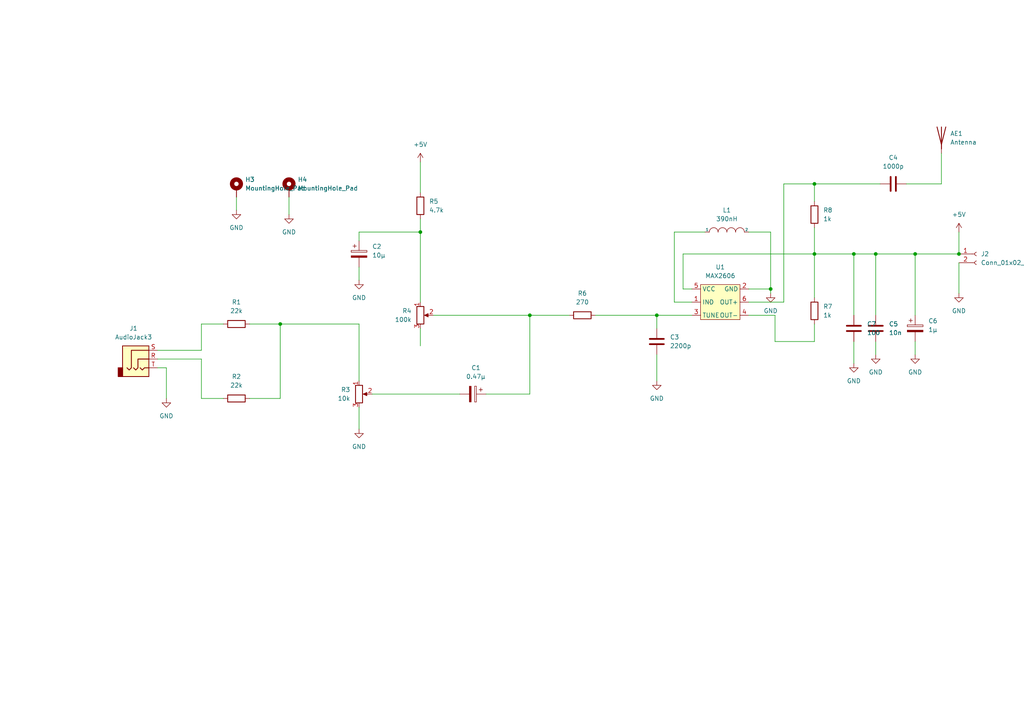
<source format=kicad_sch>
(kicad_sch (version 20211123) (generator eeschema)
  (paper "A4")
  (lib_symbols
    (symbol "Connector:AudioJack3"
      (property "Reference" "J" (at 0 8.89 0))
      (property "Value" "AudioJack3" (at 0 6.35 0))
      (symbol "AudioJack3_0_1"
        (rectangle (start -5.08 -5.08) (end -6.35 -2.54) (stroke (width 0.254)) (fill (type outline)))
        (polyline (pts (xy 0 -2.54) (xy 0.635 -3.175) (xy 1.27 -2.54) (xy 2.54 -2.54)) (stroke (width 0.254)))
        (polyline (pts (xy -1.905 -2.54) (xy -1.27 -3.175) (xy -0.635 -2.54) (xy -0.635 0) (xy 2.54 0)) (stroke (width 0.254)))
        (polyline (pts (xy 2.54 2.54) (xy -2.54 2.54) (xy -2.54 -2.54) (xy -3.175 -3.175) (xy -3.81 -2.54)) (stroke (width 0.254)))
        (rectangle (start 2.54 3.81) (end -5.08 -5.08) (stroke (width 0.254)) (fill (type background)))
      )
      (symbol "AudioJack3_1_1"
        (pin passive line (at 5.08 0 180) (length 2.54) (name "~") (number "R"))
        (pin passive line (at 5.08 2.54 180) (length 2.54) (name "~") (number "S"))
        (pin passive line (at 5.08 -2.54 180) (length 2.54) (name "~") (number "T"))
      )
    )
    (symbol "Connector:Conn_01x02_Female" (pin_names (offset 1.016) hide)
      (property "Reference" "J" (at 0 2.54 0))
      (property "Value" "Conn_01x02_Female" (at 0 -5.08 0))
      (symbol "Conn_01x02_Female_1_1"
        (arc (start 0 -2.032) (mid -0.508 -2.54) (end 0 -3.048) (stroke (width 0.1524)))
        (polyline (pts (xy -1.27 -2.54) (xy -0.508 -2.54)) (stroke (width 0.1524)))
        (polyline (pts (xy -1.27 0) (xy -0.508 0)) (stroke (width 0.1524)))
        (arc (start 0 0.508) (mid -0.508 0) (end 0 -0.508) (stroke (width 0.1524)))
        (pin passive line (at -5.08 0 0) (length 3.81) (name "Pin_1") (number "1"))
        (pin passive line (at -5.08 -2.54 0) (length 3.81) (name "Pin_2") (number "2"))
      )
    )
    (symbol "Device:Antenna" (pin_numbers hide) (pin_names (offset 1.016) hide)
      (property "Reference" "AE" (at -1.905 1.905 0))
      (property "Value" "Antenna" (at -1.905 0 0))
      (symbol "Antenna_0_1"
        (polyline (pts (xy 0 2.54) (xy 0 -3.81)) (stroke (width 0.254)))
        (polyline (pts (xy 1.27 2.54) (xy 0 -2.54) (xy -1.27 2.54)) (stroke (width 0.254)))
      )
      (symbol "Antenna_1_1"
        (pin input line (at 0 -5.08 90) (length 2.54) (name "A") (number "1"))
      )
    )
    (symbol "Device:C" (pin_numbers hide) (pin_names (offset 0.254))
      (property "Reference" "C" (at 0.635 2.54 0))
      (property "Value" "C" (at 0.635 -2.54 0))
      (symbol "C_0_1"
        (polyline (pts (xy -2.032 -0.762) (xy 2.032 -0.762)) (stroke (width 0.508)))
        (polyline (pts (xy -2.032 0.762) (xy 2.032 0.762)) (stroke (width 0.508)))
      )
      (symbol "C_1_1"
        (pin passive line (at 0 3.81 270) (length 2.794) (name "~") (number "1"))
        (pin passive line (at 0 -3.81 90) (length 2.794) (name "~") (number "2"))
      )
    )
    (symbol "Device:C_Polarized" (pin_numbers hide) (pin_names (offset 0.254))
      (property "Reference" "C" (at 0.635 2.54 0))
      (property "Value" "C_Polarized" (at 0.635 -2.54 0))
      (symbol "C_Polarized_0_1"
        (rectangle (start -2.286 0.508) (end 2.286 1.016))
        (polyline (pts (xy -1.778 2.286) (xy -0.762 2.286)))
        (polyline (pts (xy -1.27 2.794) (xy -1.27 1.778)))
        (rectangle (start 2.286 -0.508) (end -2.286 -1.016) (fill (type outline)))
      )
      (symbol "C_Polarized_1_1"
        (pin passive line (at 0 3.81 270) (length 2.794) (name "~") (number "1"))
        (pin passive line (at 0 -3.81 90) (length 2.794) (name "~") (number "2"))
      )
    )
    (symbol "Device:R" (pin_numbers hide) (pin_names (offset 0))
      (property "Reference" "R" (at 2.032 0 90))
      (property "Value" "R" (at 0 0 90))
      (symbol "R_0_1"
        (rectangle (start -1.016 -2.54) (end 1.016 2.54) (stroke (width 0.254)))
      )
      (symbol "R_1_1"
        (pin passive line (at 0 3.81 270) (length 1.27) (name "~") (number "1"))
        (pin passive line (at 0 -3.81 90) (length 1.27) (name "~") (number "2"))
      )
    )
    (symbol "Device:R_Potentiometer" (pin_names (offset 1.016) hide)
      (property "Reference" "RV" (at -4.445 0 90))
      (property "Value" "R_Potentiometer" (at -2.54 0 90))
      (symbol "R_Potentiometer_0_1"
        (polyline (pts (xy 2.54 0) (xy 1.524 0)))
        (polyline (pts (xy 1.143 0) (xy 2.286 0.508) (xy 2.286 -0.508) (xy 1.143 0)) (fill (type outline)))
        (rectangle (start 1.016 2.54) (end -1.016 -2.54) (stroke (width 0.254)))
      )
      (symbol "R_Potentiometer_1_1"
        (pin passive line (at 0 3.81 270) (length 1.27) (name "1") (number "1"))
        (pin passive line (at 3.81 0 180) (length 1.27) (name "2") (number "2"))
        (pin passive line (at 0 -3.81 90) (length 1.27) (name "3") (number "3"))
      )
    )
    (symbol "Mechanical:MountingHole_Pad" (pin_numbers hide) (pin_names (offset 1.016) hide)
      (property "Reference" "H" (at 0 6.35 0))
      (property "Value" "MountingHole_Pad" (at 0 4.445 0))
      (symbol "MountingHole_Pad_0_1"
        (circle (center 0 1.27) (radius 1.27) (stroke (width 1.27)))
      )
      (symbol "MountingHole_Pad_1_1"
        (pin input line (at 0 -2.54 90) (length 2.54) (name "1") (number "1"))
      )
    )
    (symbol "New_Library:MAX2606"
      (property "Reference" "U" (at 0 6.35 0))
      (property "Value" "MAX2606" (at 0 -6.35 0))
      (symbol "MAX2606_0_1"
        (rectangle (start -5.08 5.08) (end 6.35 -5.08) (fill (type background)))
        (rectangle (start -2.54 0) (end -2.54 0))
        (rectangle (start -2.54 0) (end -2.54 0))
        (rectangle (start -2.54 0) (end -2.54 0))
        (rectangle (start -2.54 0) (end -2.54 0))
        (rectangle (start -2.54 0) (end -2.54 0))
      )
      (symbol "MAX2606_1_1"
        (pin input line (at -7.62 0 0) (length 2.54) (name "IND") (number "1"))
        (pin power_in line (at 8.89 3.81 180) (length 2.54) (name "GND") (number "2"))
        (pin input line (at -7.62 -3.81 0) (length 2.54) (name "TUNE") (number "3"))
        (pin output line (at 8.89 -3.81 180) (length 2.54) (name "OUT-") (number "4"))
        (pin power_in line (at -7.62 3.81 0) (length 2.54) (name "VCC") (number "5"))
        (pin output line (at 8.89 0 180) (length 2.54) (name "OUT+") (number "6"))
      )
    )
    (symbol "power:+5V" (power) (pin_names (offset 0))
      (property "Value" "+5V" (at 0 3.556 0))
      (symbol "+5V_0_1"
        (polyline (pts (xy -0.762 1.27) (xy 0 2.54)))
        (polyline (pts (xy 0 0) (xy 0 2.54)))
        (polyline (pts (xy 0 2.54) (xy 0.762 1.27)))
      )
      (symbol "+5V_1_1"
        (pin power_in line (at 0 0 90) (length 0) hide (name "+5V") (number "1"))
      )
    )
    (symbol "power:GND" (power) (pin_names (offset 0))
      (property "Value" "GND" (at 0 -3.81 0))
      (symbol "GND_0_1"
        (polyline (pts (xy 0 0) (xy 0 -1.27) (xy 1.27 -1.27) (xy 0 -2.54) (xy -1.27 -1.27) (xy 0 -1.27)))
      )
      (symbol "GND_1_1"
        (pin power_in line (at 0 0 270) (length 0) hide (name "GND") (number "1"))
      )
    )
    (symbol "pspice:INDUCTOR" (pin_numbers hide) (pin_names (offset 0))
      (property "Reference" "L" (at 0 2.54 0))
      (property "Value" "INDUCTOR" (at 0 -1.27 0))
      (symbol "INDUCTOR_0_1"
        (arc (start -2.54 0) (mid -3.81 1.27) (end -5.08 0))
        (arc (start 0 0) (mid -1.27 1.27) (end -2.54 0))
        (arc (start 2.54 0) (mid 1.27 1.27) (end 0 0))
        (arc (start 5.08 0) (mid 3.81 1.27) (end 2.54 0))
      )
      (symbol "INDUCTOR_1_1"
        (pin input line (at -6.35 0 0) (length 1.27) (name "1") (number "1"))
        (pin input line (at 6.35 0 180) (length 1.27) (name "2") (number "2"))
      )
    )
  )
  (junction (at 81.28 93.98))
  (junction (at 265.43 73.66))
  (junction (at 153.67 91.44))
  (junction (at 247.65 73.66))
  (junction (at 190.5 91.44))
  (junction (at 223.52 83.82))
  (junction (at 254 73.66))
  (junction (at 236.22 73.66))
  (junction (at 236.22 53.34))
  (junction (at 278.13 73.66))
  (junction (at 121.92 67.31))
  (wire (pts (xy 195.58 87.63) (xy 200.66 87.63)))
  (wire (pts (xy 58.42 115.57) (xy 64.77 115.57)))
  (wire (pts (xy 227.33 87.63) (xy 227.33 53.34)))
  (wire (pts (xy 198.12 73.66) (xy 236.22 73.66)))
  (wire (pts (xy 224.79 99.06) (xy 236.22 99.06)))
  (wire (pts (xy 104.14 118.11) (xy 104.14 124.46)))
  (wire (pts (xy 224.79 91.44) (xy 224.79 99.06)))
  (wire (pts (xy 265.43 99.06) (xy 265.43 102.87)))
  (wire (pts (xy 121.92 67.31) (xy 121.92 87.63)))
  (wire (pts (xy 265.43 73.66) (xy 278.13 73.66)))
  (wire (pts (xy 48.26 115.57) (xy 48.26 106.68)))
  (wire (pts (xy 236.22 73.66) (xy 247.65 73.66)))
  (wire (pts (xy 107.95 114.3) (xy 133.35 114.3)))
  (wire (pts (xy 195.58 67.31) (xy 195.58 87.63)))
  (wire (pts (xy 68.58 57.15) (xy 68.58 60.96)))
  (wire (pts (xy 81.28 93.98) (xy 104.14 93.98)))
  (wire (pts (xy 262.89 53.34) (xy 273.05 53.34)))
  (wire (pts (xy 125.73 91.44) (xy 153.67 91.44)))
  (wire (pts (xy 121.92 46.99) (xy 121.92 55.88)))
  (wire (pts (xy 217.17 91.44) (xy 224.79 91.44)))
  (wire (pts (xy 58.42 101.6) (xy 58.42 93.98)))
  (wire (pts (xy 273.05 53.34) (xy 273.05 44.45)))
  (wire (pts (xy 217.17 83.82) (xy 223.52 83.82)))
  (wire (pts (xy 153.67 91.44) (xy 153.67 114.3)))
  (wire (pts (xy 247.65 99.06) (xy 247.65 105.41)))
  (wire (pts (xy 217.17 67.31) (xy 223.52 67.31)))
  (wire (pts (xy 58.42 104.14) (xy 58.42 115.57)))
  (wire (pts (xy 83.82 57.15) (xy 83.82 62.23)))
  (wire (pts (xy 48.26 106.68) (xy 45.72 106.68)))
  (wire (pts (xy 198.12 83.82) (xy 198.12 73.66)))
  (wire (pts (xy 236.22 73.66) (xy 236.22 86.36)))
  (wire (pts (xy 227.33 53.34) (xy 236.22 53.34)))
  (wire (pts (xy 190.5 102.87) (xy 190.5 110.49)))
  (wire (pts (xy 121.92 63.5) (xy 121.92 67.31)))
  (wire (pts (xy 217.17 87.63) (xy 227.33 87.63)))
  (wire (pts (xy 247.65 73.66) (xy 247.65 91.44)))
  (wire (pts (xy 254 73.66) (xy 254 91.44)))
  (wire (pts (xy 104.14 67.31) (xy 104.14 69.85)))
  (wire (pts (xy 254 99.06) (xy 254 102.87)))
  (wire (pts (xy 153.67 91.44) (xy 165.1 91.44)))
  (wire (pts (xy 104.14 77.47) (xy 104.14 81.28)))
  (wire (pts (xy 278.13 73.66) (xy 278.13 67.31)))
  (wire (pts (xy 247.65 73.66) (xy 254 73.66)))
  (wire (pts (xy 45.72 104.14) (xy 58.42 104.14)))
  (wire (pts (xy 236.22 53.34) (xy 236.22 58.42)))
  (wire (pts (xy 104.14 93.98) (xy 104.14 110.49)))
  (wire (pts (xy 223.52 83.82) (xy 223.52 85.09)))
  (wire (pts (xy 121.92 67.31) (xy 104.14 67.31)))
  (wire (pts (xy 72.39 115.57) (xy 81.28 115.57)))
  (wire (pts (xy 265.43 73.66) (xy 265.43 91.44)))
  (wire (pts (xy 204.47 67.31) (xy 195.58 67.31)))
  (wire (pts (xy 223.52 67.31) (xy 223.52 83.82)))
  (wire (pts (xy 236.22 66.04) (xy 236.22 73.66)))
  (wire (pts (xy 172.72 91.44) (xy 190.5 91.44)))
  (wire (pts (xy 121.92 95.25) (xy 121.92 100.33)))
  (wire (pts (xy 278.13 76.2) (xy 278.13 85.09)))
  (wire (pts (xy 190.5 91.44) (xy 200.66 91.44)))
  (wire (pts (xy 45.72 101.6) (xy 58.42 101.6)))
  (wire (pts (xy 236.22 99.06) (xy 236.22 93.98)))
  (wire (pts (xy 140.97 114.3) (xy 153.67 114.3)))
  (wire (pts (xy 236.22 53.34) (xy 255.27 53.34)))
  (wire (pts (xy 72.39 93.98) (xy 81.28 93.98)))
  (wire (pts (xy 81.28 115.57) (xy 81.28 93.98)))
  (wire (pts (xy 200.66 83.82) (xy 198.12 83.82)))
  (wire (pts (xy 190.5 91.44) (xy 190.5 95.25)))
  (wire (pts (xy 254 73.66) (xy 265.43 73.66)))
  (wire (pts (xy 58.42 93.98) (xy 64.77 93.98)))
  (symbol (lib_id "power:+5V") (at 278.13 67.31 0) (unit 1)
    (property "Reference" "#PWR0102" (effects hide))
    (property "Value" "+5V" (at 278.13 62.23 0))
  )
  (symbol (lib_id "Device:R") (at 236.22 62.23 0) (unit 1)
    (property "Reference" "R8" (at 238.76 60.9599 0) (effects (justify left)))
    (property "Value" "1k" (at 238.76 63.4999 0) (effects (justify left)))
    (property "Footprint" "Resistor_SMD:R_0805_2012Metric" (effects hide))
  )
  (symbol (lib_id "pspice:INDUCTOR") (at 210.82 67.31 0) (unit 1)
    (property "Reference" "L1" (at 210.82 60.96 0))
    (property "Value" "390nH" (at 210.82 63.5 0))
    (property "Footprint" "Inductor_SMD:L_0805_2012Metric" (effects hide))
  )
  (symbol (lib_id "Mechanical:MountingHole_Pad") (at 83.82 54.61 0) (unit 1)
    (property "Reference" "H4" (at 86.36 52.0699 0) (effects (justify left)))
    (property "Value" "MountingHole_Pad" (at 86.36 54.6099 0) (effects (justify left)))
    (property "Footprint" "MountingHole:MountingHole_2.2mm_M2_DIN965_Pad" (effects hide))
  )
  (symbol (lib_id "power:GND") (at 223.52 85.09 0) (unit 1)
    (property "Reference" "#PWR0109" (effects hide))
    (property "Value" "GND" (at 223.52 90.17 0))
  )
  (symbol (lib_id "Device:C") (at 259.08 53.34 90) (unit 1)
    (property "Reference" "C4" (at 259.08 45.72 90))
    (property "Value" "1000p" (at 259.08 48.26 90))
    (property "Footprint" "Capacitor_SMD:C_0805_2012Metric" (effects hide))
  )
  (symbol (lib_id "power:GND") (at 104.14 81.28 0) (unit 1)
    (property "Reference" "#PWR0107" (effects hide))
    (property "Value" "GND" (at 104.14 86.36 0))
  )
  (symbol (lib_id "New_Library:MAX2606") (at 208.28 87.63 0) (unit 1)
    (property "Reference" "U1" (at 208.915 77.47 0))
    (property "Value" "MAX2606" (at 208.915 80.01 0))
    (property "Footprint" "Package_TO_SOT_SMD:SOT-23-6" (effects hide))
  )
  (symbol (lib_id "Device:R") (at 236.22 90.17 0) (unit 1)
    (property "Reference" "R7" (at 238.76 88.8999 0) (effects (justify left)))
    (property "Value" "1k" (at 238.76 91.4399 0) (effects (justify left)))
    (property "Footprint" "Resistor_SMD:R_0805_2012Metric" (effects hide))
  )
  (symbol (lib_id "Device:C_Polarized") (at 265.43 95.25 0) (unit 1)
    (property "Reference" "C6" (at 269.24 93.0909 0) (effects (justify left)))
    (property "Value" "1µ" (at 269.24 95.6309 0) (effects (justify left)))
    (property "Footprint" "Capacitor_SMD:CP_Elec_3x5.3" (effects hide))
  )
  (symbol (lib_id "Device:C_Polarized") (at 137.16 114.3 270) (unit 1)
    (property "Reference" "C1" (at 138.049 106.68 90))
    (property "Value" "0.47µ" (at 138.049 109.22 90))
    (property "Footprint" "Capacitor_SMD:CP_Elec_3x5.3" (effects hide))
  )
  (symbol (lib_id "Device:R") (at 121.92 59.69 0) (unit 1)
    (property "Reference" "R5" (at 124.46 58.4199 0) (effects (justify left)))
    (property "Value" "4.7k" (at 124.46 60.9599 0) (effects (justify left)))
    (property "Footprint" "Resistor_SMD:R_0805_2012Metric" (effects hide))
  )
  (symbol (lib_id "power:GND") (at 68.58 60.96 0) (unit 1)
    (property "Reference" "#PWR0115" (effects hide))
    (property "Value" "GND" (at 68.58 66.04 0))
  )
  (symbol (lib_id "power:GND") (at 254 102.87 0) (unit 1)
    (property "Reference" "#PWR0111" (effects hide))
    (property "Value" "GND" (at 254 107.95 0))
  )
  (symbol (lib_id "Mechanical:MountingHole_Pad") (at 68.58 54.61 0) (unit 1)
    (property "Reference" "H3" (at 71.12 52.0699 0) (effects (justify left)))
    (property "Value" "MountingHole_Pad" (at 71.12 54.6099 0) (effects (justify left)))
    (property "Footprint" "MountingHole:MountingHole_2.2mm_M2_DIN965_Pad" (effects hide))
  )
  (symbol (lib_id "Device:R") (at 68.58 115.57 270) (unit 1)
    (property "Reference" "R2" (at 68.58 109.22 90))
    (property "Value" "22k" (at 68.58 111.76 90))
    (property "Footprint" "Resistor_SMD:R_0805_2012Metric" (effects hide))
  )
  (symbol (lib_id "Device:R_Potentiometer") (at 104.14 114.3 0) (unit 1)
    (property "Reference" "R3" (at 101.6 113.0299 0) (effects (justify right)))
    (property "Value" "10k" (at 101.6 115.5699 0) (effects (justify right)))
    (property "Footprint" "Potentiometer_SMD:Potentiometer_ACP_CA6-VSMD_Vertical" (effects hide))
  )
  (symbol (lib_id "power:GND") (at 104.14 124.46 0) (unit 1)
    (property "Reference" "#PWR0105" (effects hide))
    (property "Value" "GND" (at 104.14 129.54 0))
  )
  (symbol (lib_id "power:+5V") (at 121.92 46.99 0) (unit 1)
    (property "Reference" "#PWR0101" (effects hide))
    (property "Value" "+5V" (at 121.92 41.91 0))
  )
  (symbol (lib_id "power:GND") (at 190.5 110.49 0) (unit 1)
    (property "Reference" "#PWR0108" (effects hide))
    (property "Value" "GND" (at 190.5 115.57 0))
  )
  (symbol (lib_id "power:GND") (at 247.65 105.41 0) (unit 1)
    (property "Reference" "#PWR0110" (effects hide))
    (property "Value" "GND" (at 247.65 110.49 0))
  )
  (symbol (lib_id "power:GND") (at 265.43 102.87 0) (unit 1)
    (property "Reference" "#PWR0104" (effects hide))
    (property "Value" "GND" (at 265.43 107.95 0))
  )
  (symbol (lib_id "power:GND") (at 83.82 62.23 0) (unit 1)
    (property "Reference" "#PWR0112" (effects hide))
    (property "Value" "GND" (at 83.82 67.31 0))
  )
  (symbol (lib_id "Device:R") (at 68.58 93.98 90) (unit 1)
    (property "Reference" "R1" (at 68.58 87.63 90))
    (property "Value" "22k" (at 68.58 90.17 90))
    (property "Footprint" "Resistor_SMD:R_0805_2012Metric" (effects hide))
  )
  (symbol (lib_id "power:GND") (at 278.13 85.09 0) (unit 1)
    (property "Reference" "#PWR0103" (effects hide))
    (property "Value" "GND" (at 278.13 90.17 0))
  )
  (symbol (lib_id "Device:Antenna") (at 273.05 39.37 0) (unit 1)
    (property "Reference" "AE1" (at 275.59 38.7349 0) (effects (justify left)))
    (property "Value" "Antenna" (at 275.59 41.2749 0) (effects (justify left)))
    (property "Footprint" "Connector_Wire:SolderWire-0.1sqmm_1x01_D0.4mm_OD1mm_Relief" (effects hide))
  )
  (symbol (lib_id "Device:R") (at 168.91 91.44 270) (unit 1)
    (property "Reference" "R6" (at 168.91 85.09 90))
    (property "Value" "270" (at 168.91 87.63 90))
    (property "Footprint" "Resistor_SMD:R_0805_2012Metric" (effects hide))
  )
  (symbol (lib_id "Device:C") (at 254 95.25 0) (unit 1)
    (property "Reference" "C5" (at 257.81 93.9799 0) (effects (justify left)))
    (property "Value" "10n" (at 257.81 96.5199 0) (effects (justify left)))
    (property "Footprint" "Capacitor_SMD:CP_Elec_3x5.3" (effects hide))
  )
  (symbol (lib_id "Connector:AudioJack3") (at 40.64 104.14 0) (unit 1)
    (property "Reference" "J1" (at 38.735 95.25 0))
    (property "Value" "AudioJack3" (at 38.735 97.79 0))
    (property "Footprint" "Connector_Audio:Jack_3.5mm_CUI_SJ-3523-SMT_Horizontal" (effects hide))
  )
  (symbol (lib_id "Device:R_Potentiometer") (at 121.92 91.44 0) (unit 1)
    (property "Reference" "R4" (at 119.38 90.1699 0) (effects (justify right)))
    (property "Value" "100k" (at 119.38 92.7099 0) (effects (justify right)))
    (property "Footprint" "Potentiometer_SMD:Potentiometer_ACP_CA6-VSMD_Vertical" (effects hide))
  )
  (symbol (lib_id "Device:C") (at 190.5 99.06 0) (unit 1)
    (property "Reference" "C3" (at 194.31 97.7899 0) (effects (justify left)))
    (property "Value" "2200p" (at 194.31 100.3299 0) (effects (justify left)))
    (property "Footprint" "Capacitor_SMD:C_0805_2012Metric" (effects hide))
  )
  (symbol (lib_id "Connector:Conn_01x02_Female") (at 283.21 73.66 0) (unit 1)
    (property "Reference" "J2" (at 284.48 73.6599 0) (effects (justify left)))
    (property "Value" "Conn_01x02_Female" (at 284.48 76.1999 0) (effects (justify left)))
    (property "Footprint" "Connector_PinSocket_2.00mm:PinSocket_1x02_P2.00mm_Vertical" (effects hide))
  )
  (symbol (lib_id "Device:C") (at 247.65 95.25 0) (unit 1)
    (property "Reference" "C7" (at 251.46 93.9799 0) (effects (justify left)))
    (property "Value" "100" (at 251.46 96.5199 0) (effects (justify left)))
    (property "Footprint" "Capacitor_SMD:C_0805_2012Metric" (effects hide))
  )
  (symbol (lib_id "Device:C_Polarized") (at 104.14 73.66 0) (unit 1)
    (property "Reference" "C2" (at 107.95 71.5009 0) (effects (justify left)))
    (property "Value" "10µ" (at 107.95 74.0409 0) (effects (justify left)))
    (property "Footprint" "Capacitor_SMD:CP_Elec_3x5.3" (effects hide))
  )
  (symbol (lib_id "power:GND") (at 48.26 115.57 0) (unit 1)
    (property "Reference" "#PWR0106" (effects hide))
    (property "Value" "GND" (at 48.26 120.65 0))
  )
)
</source>
